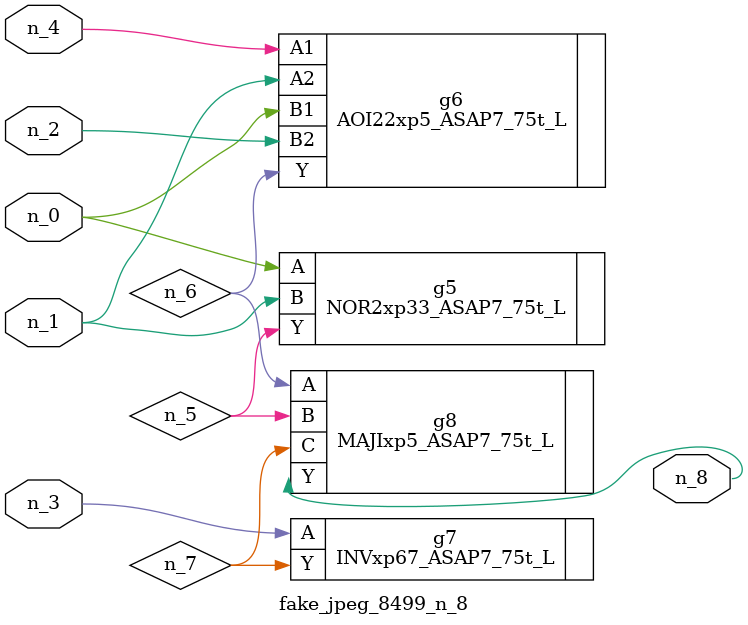
<source format=v>
module fake_jpeg_8499_n_8 (n_3, n_2, n_1, n_0, n_4, n_8);

input n_3;
input n_2;
input n_1;
input n_0;
input n_4;

output n_8;

wire n_6;
wire n_5;
wire n_7;

NOR2xp33_ASAP7_75t_L g5 ( 
.A(n_0),
.B(n_1),
.Y(n_5)
);

AOI22xp5_ASAP7_75t_L g6 ( 
.A1(n_4),
.A2(n_1),
.B1(n_0),
.B2(n_2),
.Y(n_6)
);

INVxp67_ASAP7_75t_L g7 ( 
.A(n_3),
.Y(n_7)
);

MAJIxp5_ASAP7_75t_L g8 ( 
.A(n_6),
.B(n_5),
.C(n_7),
.Y(n_8)
);


endmodule
</source>
